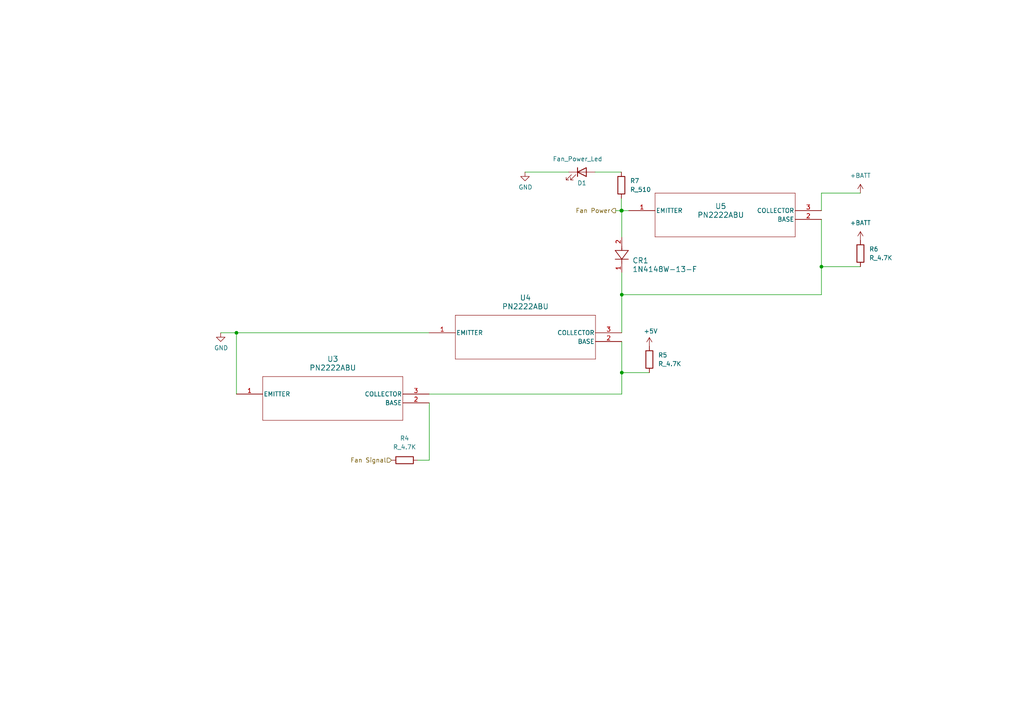
<source format=kicad_sch>
(kicad_sch (version 20230121) (generator eeschema)
  (paper "A4")
  (lib_symbols
    (symbol "OEM:LED_WHITE" (pin_numbers hide) (pin_names (offset 1.016) hide)
      (property "Reference" "D" (at 0 2.54 0))
      (property "Value" "LED_WHITE" (at 0 -2.54 0))
      (symbol "LED_WHITE_0_1"
        (polyline (pts (xy -1.27 -1.27) (xy -1.27 1.27)) (stroke (width 0.254)))
        (polyline (pts (xy -1.27 0) (xy 1.27 0)))
        (polyline (pts (xy 1.27 -1.27) (xy 1.27 1.27) (xy -1.27 0) (xy 1.27 -1.27)) (stroke (width 0.254)))
        (polyline (pts (xy -3.048 -0.762) (xy -4.572 -2.286) (xy -3.81 -2.286) (xy -4.572 -2.286) (xy -4.572 -1.524)))
        (polyline (pts (xy -1.778 -0.762) (xy -3.302 -2.286) (xy -2.54 -2.286) (xy -3.302 -2.286) (xy -3.302 -1.524)))
      )
      (symbol "LED_WHITE_1_1"
        (pin passive line (at -3.81 0 0) (length 2.54) (name "K") (number "1"))
        (pin passive line (at 3.81 0 180) (length 2.54) (name "A") (number "2"))
      )
    )
    (symbol "cooling-board:1N4148W-13-F" (pin_names (offset 0.254))
      (property "Reference" "CR" (at 5.08 4.445 0))
      (property "Value" "1N4148W-13-F" (at 5.08 -3.81 0))
      (symbol "1N4148W-13-F_1_1"
        (polyline (pts (xy 2.54 0) (xy 3.4798 0)) (stroke (width 0.2032)))
        (polyline (pts (xy 3.175 0) (xy 3.81 0)) (stroke (width 0.2032)))
        (polyline (pts (xy 3.81 -1.905) (xy 6.35 0)) (stroke (width 0.2032)))
        (polyline (pts (xy 3.81 1.905) (xy 3.81 -1.905)) (stroke (width 0.2032)))
        (polyline (pts (xy 6.35 -1.905) (xy 6.35 1.905)) (stroke (width 0.2032)))
        (polyline (pts (xy 6.35 0) (xy 3.81 1.905)) (stroke (width 0.2032)))
        (polyline (pts (xy 6.35 0) (xy 7.62 0)) (stroke (width 0.2032)))
        (pin unspecified line (at 10.16 0 180) (length 2.54) (name "") (number "1"))
        (pin unspecified line (at 0 0 0) (length 2.54) (name "") (number "2"))
      )
      (symbol "1N4148W-13-F_1_2"
        (polyline (pts (xy -1.905 3.81) (xy 1.905 3.81)) (stroke (width 0.2032)))
        (polyline (pts (xy 0 2.54) (xy 0 3.4798)) (stroke (width 0.2032)))
        (polyline (pts (xy 0 3.175) (xy 0 3.81)) (stroke (width 0.2032)))
        (polyline (pts (xy 0 6.35) (xy -1.905 3.81)) (stroke (width 0.2032)))
        (polyline (pts (xy 0 6.35) (xy 0 7.62)) (stroke (width 0.2032)))
        (polyline (pts (xy 1.905 3.81) (xy 0 6.35)) (stroke (width 0.2032)))
        (polyline (pts (xy 1.905 6.35) (xy -1.905 6.35)) (stroke (width 0.2032)))
        (pin unspecified line (at 0 10.16 270) (length 2.54) (name "") (number "1"))
        (pin unspecified line (at 0 0 90) (length 2.54) (name "") (number "2"))
      )
    )
    (symbol "cooling-board:PN2222ABU" (pin_names (offset 0.254))
      (property "Reference" "U" (at 27.94 10.16 0))
      (property "Value" "PN2222ABU" (at 27.94 7.62 0))
      (symbol "PN2222ABU_0_1"
        (polyline (pts (xy 7.62 -7.62) (xy 48.26 -7.62)) (stroke (width 0.127)))
        (polyline (pts (xy 7.62 5.08) (xy 7.62 -7.62)) (stroke (width 0.127)))
        (polyline (pts (xy 48.26 -7.62) (xy 48.26 5.08)) (stroke (width 0.127)))
        (polyline (pts (xy 48.26 5.08) (xy 7.62 5.08)) (stroke (width 0.127)))
        (pin unspecified line (at 0 0 0) (length 7.62) (name "EMITTER") (number "1"))
        (pin unspecified line (at 55.88 -2.54 180) (length 7.62) (name "BASE") (number "2"))
        (pin unspecified line (at 55.88 0 180) (length 7.62) (name "COLLECTOR") (number "3"))
      )
    )
    (symbol "formula:R_4.7K" (pin_numbers hide) (pin_names (offset 0))
      (property "Reference" "R" (at 2.032 0 90))
      (property "Value" "R_4.7K" (at -2.54 0 90))
      (symbol "R_4.7K_0_1"
        (rectangle (start -1.016 -2.54) (end 1.016 2.54) (stroke (width 0.254)))
      )
      (symbol "R_4.7K_1_1"
        (pin passive line (at 0 3.81 270) (length 1.27) (name "~") (number "1"))
        (pin passive line (at 0 -3.81 90) (length 1.27) (name "~") (number "2"))
      )
    )
    (symbol "power:+5V" (power) (pin_names (offset 0))
      (property "Value" "+5V" (at 0 3.556 0))
      (symbol "+5V_0_1"
        (polyline (pts (xy -0.762 1.27) (xy 0 2.54)))
        (polyline (pts (xy 0 0) (xy 0 2.54)))
        (polyline (pts (xy 0 2.54) (xy 0.762 1.27)))
      )
      (symbol "+5V_1_1"
        (pin power_in line (at 0 0 90) (length 0) hide (name "+5V") (number "1"))
      )
    )
    (symbol "power:+BATT" (power) (pin_names (offset 0))
      (property "Value" "+BATT" (at 0 3.556 0))
      (symbol "+BATT_0_1"
        (polyline (pts (xy -0.762 1.27) (xy 0 2.54)))
        (polyline (pts (xy 0 0) (xy 0 2.54)))
        (polyline (pts (xy 0 2.54) (xy 0.762 1.27)))
      )
      (symbol "+BATT_1_1"
        (pin power_in line (at 0 0 90) (length 0) hide (name "+BATT") (number "1"))
      )
    )
    (symbol "power:GND" (power) (pin_names (offset 0))
      (property "Value" "GND" (at 0 -3.81 0))
      (symbol "GND_0_1"
        (polyline (pts (xy 0 0) (xy 0 -1.27) (xy 1.27 -1.27) (xy 0 -2.54) (xy -1.27 -1.27) (xy 0 -1.27)))
      )
      (symbol "GND_1_1"
        (pin power_in line (at 0 0 270) (length 0) hide (name "GND") (number "1"))
      )
    )
  )
  (junction (at 68.58 96.52))
  (junction (at 180.213 61.087))
  (junction (at 238.252 77.343))
  (junction (at 180.34 85.471))
  (junction (at 180.34 108.077))
  (junction (at 180.34 61.087))
  (wire (pts (xy 182.372 61.087) (xy 180.34 61.087)))
  (wire (pts (xy 68.58 96.52) (xy 124.46 96.52)))
  (wire (pts (xy 180.34 114.3) (xy 180.34 108.077)))
  (wire (pts (xy 124.46 114.3) (xy 180.34 114.3)))
  (wire (pts (xy 180.213 57.531) (xy 180.213 61.087)))
  (wire (pts (xy 180.213 61.087) (xy 178.562 61.087)))
  (wire (pts (xy 124.46 116.84) (xy 124.5108 116.84)))
  (wire (pts (xy 238.252 77.343) (xy 249.555 77.343)))
  (wire (pts (xy 188.341 108.077) (xy 180.34 108.077)))
  (wire (pts (xy 180.34 85.471) (xy 180.34 96.52)))
  (wire (pts (xy 64.008 96.52) (xy 68.58 96.52)))
  (wire (pts (xy 238.252 77.343) (xy 238.252 85.471)))
  (wire (pts (xy 152.273 49.911) (xy 164.973 49.911)))
  (wire (pts (xy 180.34 78.994) (xy 180.34 85.471)))
  (wire (pts (xy 238.252 56.007) (xy 249.555 56.007)))
  (wire (pts (xy 180.34 61.087) (xy 180.213 61.087)))
  (wire (pts (xy 68.58 114.3) (xy 68.58 96.52)))
  (wire (pts (xy 180.34 61.087) (xy 180.34 68.834)))
  (wire (pts (xy 180.34 108.077) (xy 180.34 99.06)))
  (wire (pts (xy 238.252 85.471) (xy 180.34 85.471)))
  (wire (pts (xy 238.252 63.627) (xy 238.252 77.343)))
  (wire (pts (xy 124.5108 133.477) (xy 121.158 133.477)))
  (wire (pts (xy 238.252 56.007) (xy 238.252 61.087)))
  (wire (pts (xy 172.593 49.911) (xy 180.213 49.911)))
  (wire (pts (xy 124.5108 116.84) (xy 124.5108 133.477)))
  (hierarchical_label "Fan Signal" (shape input) (at 113.538 133.477 180))
  (hierarchical_label "Fan Power" (shape output) (at 178.562 61.087 180))
  (symbol (lib_id "power:+5V") (at 188.341 100.457 0) (unit 1)
    (property "Reference" "#PWR?" (effects hide))
    (property "Value" "+5V" (at 188.722 96.0628 0))
  )
  (symbol (lib_id "cooling-board:PN2222ABU") (at 182.372 61.087 0) (unit 1)
    (property "Reference" "U5" (at 209.042 59.817 0) (effects (font (size 1.524 1.524))))
    (property "Value" "PN2222ABU" (at 209.042 62.357 0) (effects (font (size 1.524 1.524))))
    (property "Footprint" "cooling-board:PN2222ABU" (effects hide))
    (property "Datasheet" "PN2222ABU" (effects hide))
  )
  (symbol (lib_id "cooling-board:PN2222ABU") (at 68.58 114.3 0) (unit 1)
    (property "Reference" "U3" (at 96.52 104.14 0) (effects (font (size 1.524 1.524))))
    (property "Value" "PN2222ABU" (at 96.52 106.68 0) (effects (font (size 1.524 1.524))))
    (property "Footprint" "cooling-board:PN2222ABU" (effects hide))
    (property "Datasheet" "PN2222ABU" (effects hide))
  )
  (symbol (lib_id "power:+BATT") (at 249.555 56.007 0) (unit 1)
    (property "Reference" "#PWR?" (effects hide))
    (property "Value" "+BATT" (at 249.555 50.927 0))
  )
  (symbol (lib_id "power:+BATT") (at 249.555 69.723 0) (unit 1)
    (property "Reference" "#PWR?" (effects hide))
    (property "Value" "+BATT" (at 249.555 64.643 0))
  )
  (symbol (lib_id "formula:R_4.7K") (at 188.341 104.267 180) (unit 1)
    (property "Reference" "R5" (at 190.881 102.997 0) (effects (justify right)))
    (property "Value" "R_4.7K" (at 190.881 105.537 0) (effects (justify right)))
    (property "Footprint" "OEM:R_0603" (effects hide))
    (property "Datasheet" "http://www.yageo.com/documents/recent/PYu-RC_Group_51_RoHS_L_8.pdf" (effects hide))
    (property "MFN" "DK" (effects hide))
    (property "MPN" "311-4.7KARCT-ND" (effects hide))
    (property "PurchasingLink" "https://www.digikey.com/product-detail/en/yageo/RC0805JR-074K7L/311-4.7KARCT-ND/731274" (effects hide))
  )
  (symbol (lib_id "formula:R_4.7K") (at 117.348 133.477 90) (unit 1)
    (property "Reference" "R4" (at 117.348 127.127 90))
    (property "Value" "R_4.7K" (at 117.348 129.667 90))
    (property "Footprint" "OEM:R_0603" (effects hide))
    (property "Datasheet" "http://www.yageo.com/documents/recent/PYu-RC_Group_51_RoHS_L_8.pdf" (effects hide))
    (property "MFN" "DK" (effects hide))
    (property "MPN" "311-4.7KARCT-ND" (effects hide))
    (property "PurchasingLink" "https://www.digikey.com/product-detail/en/yageo/RC0805JR-074K7L/311-4.7KARCT-ND/731274" (effects hide))
  )
  (symbol (lib_id "cooling-board:PN2222ABU") (at 124.46 96.52 0) (unit 1)
    (property "Reference" "U4" (at 152.4 86.36 0) (effects (font (size 1.524 1.524))))
    (property "Value" "PN2222ABU" (at 152.4 88.9 0) (effects (font (size 1.524 1.524))))
    (property "Footprint" "cooling-board:PN2222ABU" (effects hide))
    (property "Datasheet" "PN2222ABU" (effects hide))
  )
  (symbol (lib_id "power:GND") (at 64.008 96.52 0) (unit 1)
    (property "Reference" "#PWR?" (effects hide))
    (property "Value" "GND" (at 64.135 100.9142 0))
  )
  (symbol (lib_id "formula:R_4.7K") (at 249.555 73.533 0) (unit 1)
    (property "Reference" "R6" (at 252.095 72.263 0) (effects (justify left)))
    (property "Value" "R_4.7K" (at 252.095 74.803 0) (effects (justify left)))
    (property "Footprint" "OEM:R_0603" (effects hide))
    (property "Datasheet" "http://www.yageo.com/documents/recent/PYu-RC_Group_51_RoHS_L_8.pdf" (effects hide))
    (property "MFN" "DK" (effects hide))
    (property "MPN" "311-4.7KARCT-ND" (effects hide))
    (property "PurchasingLink" "https://www.digikey.com/product-detail/en/yageo/RC0805JR-074K7L/311-4.7KARCT-ND/731274" (effects hide))
  )
  (symbol (lib_id "OEM:LED_WHITE") (at 168.783 49.911 0) (unit 1)
    (property "Reference" "D1" (at 168.783 53.086 0))
    (property "Value" "Fan_Power_Led" (at 167.513 46.101 0))
    (property "Footprint" "footprints:LED_0603_1608Metric" (effects hide))
    (property "Datasheet" "${OEM_DIR}/parts/datasheets/harvatek_B1701TW--20P000314U1930.pdf" (effects hide))
    (property "MFN" "Harvatek" (effects hide))
    (property "MPN" "B1701TW--20P000314U1930" (effects hide))
    (property "DKPN" "3147-B1701TW--20P000314U1930DKR-ND" (effects hide))
    (property "Package" "0805" (effects hide))
    (property "NewDesigns" "Yes" (effects hide))
    (property "Stocked" "Digi-Reel" (effects hide))
    (property "Style" "SMD" (effects hide))
  )
  (symbol (lib_id "formula:R_4.7K") (at 180.213 53.721 0) (unit 1)
    (property "Reference" "R7" (at 182.753 52.451 0) (effects (justify left)))
    (property "Value" "R_510" (at 182.753 54.991 0) (effects (justify left)))
    (property "Footprint" "OEM:R_0603" (effects hide))
    (property "Datasheet" "http://www.yageo.com/documents/recent/PYu-RC_Group_51_RoHS_L_8.pdf" (effects hide))
    (property "MFN" "DK" (effects hide))
    (property "MPN" "311-4.7KARCT-ND" (effects hide))
    (property "PurchasingLink" "https://www.digikey.com/product-detail/en/yageo/RC0805JR-074K7L/311-4.7KARCT-ND/731274" (effects hide))
  )
  (symbol (lib_id "cooling-board:1N4148W-13-F") (at 180.34 68.834 270) (unit 1)
    (property "Reference" "CR1" (at 183.388 75.565 90) (effects (font (size 1.524 1.524)) (justify left)))
    (property "Value" "1N4148W-13-F" (at 183.388 78.105 90) (effects (font (size 1.524 1.524)) (justify left)))
    (property "Footprint" "cooling-board:1N4148W-13-F" (effects hide))
    (property "Datasheet" "1N4148W-13-F" (effects hide))
  )
  (symbol (lib_id "power:GND") (at 152.273 49.911 0) (unit 1)
    (property "Reference" "#PWR?" (effects hide))
    (property "Value" "GND" (at 152.4 54.3052 0))
  )
)
</source>
